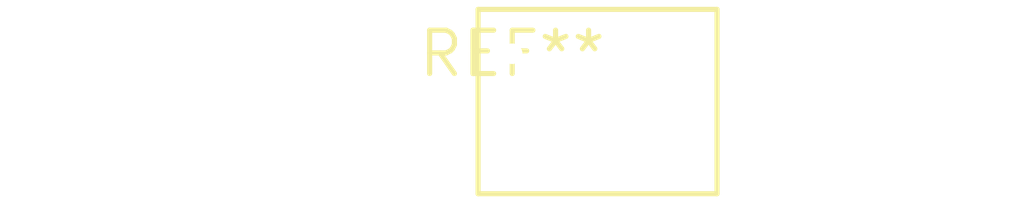
<source format=kicad_pcb>
(kicad_pcb (version 20240108) (generator pcbnew)
  (layers (0 "F.Cu" signal) (31 "B.Cu" signal) (34 "B.Paste" user) (35 "F.Paste" user) (36 "B.SilkS" user "B.Silkscreen") (37 "F.SilkS" user "F.Silkscreen") (38 "B.Mask" user) (39 "F.Mask" user) (44 "Edge.Cuts" user))
  (net 0 "")
  (footprint "RV_Disc_D7mm_W5.4mm_P5mm" (layer "F.Cu") (at 0 0)
    (property "Reference" "REF**")
    (property "Value" "RV_Disc_D7mm_W5.4mm_P5mm")
    (fp_line (start -1 -1.3) (end -1 4.1) (layer "F.SilkS") (stroke (width 0.15)))
    (fp_line (start -1 -1.3) (end 6 -1.3) (layer "F.SilkS") (stroke (width 0.15)))
    (fp_line (start -1 4.1) (end 6 4.1) (layer "F.SilkS") (stroke (width 0.15)))
    (fp_line (start 6 -1.3) (end 6 4.1) (layer "F.SilkS") (stroke (width 0.15)))
    (pad "1" thru_hole circle (at 0 0) (size 1.6 1.6) (drill 0.6) (layers *.Cu *.Mask) (remove_unused_layers))
    (pad "2" thru_hole circle (at 5 2.8) (size 1.6 1.6) (drill 0.6) (layers *.Cu *.Mask) (remove_unused_layers))
  )
)
</source>
